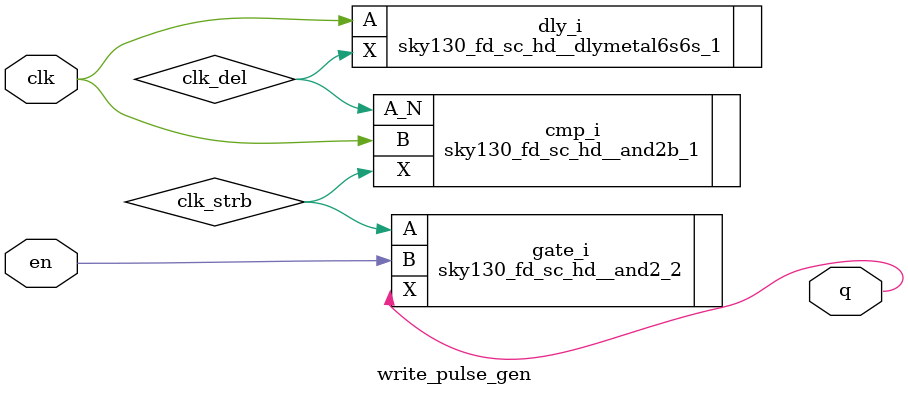
<source format=v>
`default_nettype none
module lutram #(parameter K=4) (
	input wire frame_strobe,
	input wire [2**K:0] frame_data, // {lut_mode[0], lut_init[W-1:0]}
	input wire write_clk,
	input wire write_en,
	input wire [K-1:0] write_addr,
	input wire write_data,

	input wire [K-1:0] lut_i,
	output wire lut_o
);
	localparam W=2**K;
	wire [W-1:0] lut_data;

	wire lutram_mode, write_strobe;

	// LUTRAM mode config and write pulse gen
	sky130_fd_sc_hd__dlxtp_1 mode_lat_i (
		.D(frame_data[W]),
		.GATE(frame_strobe),
		.Q(lutram_mode)
	);

	write_pulse_gen pulse_gen_i (
		.clk(write_clk),
		.en(write_en & lutram_mode),
		.q(write_strobe)
	);

	// Storage array
	generate
		genvar ii;
		for (ii = 0; ii < W; ii = ii + 1'b1) begin: lut_loop
			wire bit_sel = (write_addr == ii);
			wire bit_strobe = (bit_sel & write_strobe) | frame_strobe;
			wire bit_d = frame_strobe ? frame_data[ii] : write_data;
			sky130_fd_sc_hd__dlxtp_1 bit_cell_i (
				.D(bit_d),
				.GATE(bit_strobe),
				.Q(lut_data[ii])
			);
		end
	endgenerate

	// LUT output mux
	assign lut_o = lut_data[lut_i];
endmodule

module write_pulse_gen(input wire clk, input wire en, output wire q);
`ifdef SYNTHESIS
	wire clk_del, clk_strb;
	sky130_fd_sc_hd__dlymetal6s6s_1 dly_i (.A(clk), .X(clk_del));
	sky130_fd_sc_hd__and2b_1 cmp_i (.A_N(clk_del), .B(clk), .X(clk_strb));
	sky130_fd_sc_hd__and2_2 gate_i (.A(clk_strb), .B(en), .X(q));
`else
	reg clk_del, strb_out;
	always @* clk_del = #3 clk;
	always @* strb_out = #1 (en & (clk & ~clk_del));
	assign q = strb_out;
`endif
endmodule

`ifndef SYNTHESIS
module sky130_fd_sc_hd__dlxtp_1(input D, GATE, output reg Q);
	always @(*) if (GATE) Q <= D;
endmodule
`endif

</source>
